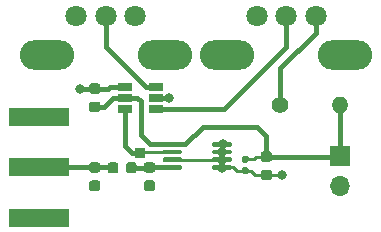
<source format=gbr>
G04 #@! TF.GenerationSoftware,KiCad,Pcbnew,5.1.9-73d0e3b20d~88~ubuntu20.04.1*
G04 #@! TF.CreationDate,2022-01-16T22:13:46+01:00*
G04 #@! TF.ProjectId,RFBandaid,52464261-6e64-4616-9964-2e6b69636164,rev?*
G04 #@! TF.SameCoordinates,Original*
G04 #@! TF.FileFunction,Copper,L1,Top*
G04 #@! TF.FilePolarity,Positive*
%FSLAX46Y46*%
G04 Gerber Fmt 4.6, Leading zero omitted, Abs format (unit mm)*
G04 Created by KiCad (PCBNEW 5.1.9-73d0e3b20d~88~ubuntu20.04.1) date 2022-01-16 22:13:46*
%MOMM*%
%LPD*%
G01*
G04 APERTURE LIST*
G04 #@! TA.AperFunction,ComponentPad*
%ADD10C,1.800000*%
G04 #@! TD*
G04 #@! TA.AperFunction,ComponentPad*
%ADD11O,4.600000X2.500000*%
G04 #@! TD*
G04 #@! TA.AperFunction,ComponentPad*
%ADD12R,0.850000X0.850000*%
G04 #@! TD*
G04 #@! TA.AperFunction,SMDPad,CuDef*
%ADD13R,5.080000X1.500000*%
G04 #@! TD*
G04 #@! TA.AperFunction,ComponentPad*
%ADD14R,1.700000X1.700000*%
G04 #@! TD*
G04 #@! TA.AperFunction,ComponentPad*
%ADD15O,1.700000X1.700000*%
G04 #@! TD*
G04 #@! TA.AperFunction,ComponentPad*
%ADD16C,1.400000*%
G04 #@! TD*
G04 #@! TA.AperFunction,ComponentPad*
%ADD17O,1.400000X1.400000*%
G04 #@! TD*
G04 #@! TA.AperFunction,SMDPad,CuDef*
%ADD18R,1.220000X0.650000*%
G04 #@! TD*
G04 #@! TA.AperFunction,ViaPad*
%ADD19C,0.800000*%
G04 #@! TD*
G04 #@! TA.AperFunction,Conductor*
%ADD20C,0.250000*%
G04 #@! TD*
G04 #@! TA.AperFunction,Conductor*
%ADD21C,0.400000*%
G04 #@! TD*
G04 APERTURE END LIST*
D10*
X95970000Y-71940000D03*
X98470000Y-71940000D03*
X100970000Y-71940000D03*
D11*
X93470000Y-75240000D03*
X103470000Y-75240000D03*
X88210000Y-75240000D03*
X78210000Y-75240000D03*
D10*
X85710000Y-71940000D03*
X83210000Y-71940000D03*
X80710000Y-71940000D03*
D12*
X86130000Y-83530000D03*
G04 #@! TA.AperFunction,SMDPad,CuDef*
G36*
G01*
X88015000Y-82875000D02*
X88015000Y-82675000D01*
G75*
G02*
X88115000Y-82575000I100000J0D01*
G01*
X89540000Y-82575000D01*
G75*
G02*
X89640000Y-82675000I0J-100000D01*
G01*
X89640000Y-82875000D01*
G75*
G02*
X89540000Y-82975000I-100000J0D01*
G01*
X88115000Y-82975000D01*
G75*
G02*
X88015000Y-82875000I0J100000D01*
G01*
G37*
G04 #@! TD.AperFunction*
G04 #@! TA.AperFunction,SMDPad,CuDef*
G36*
G01*
X88015000Y-83525000D02*
X88015000Y-83325000D01*
G75*
G02*
X88115000Y-83225000I100000J0D01*
G01*
X89540000Y-83225000D01*
G75*
G02*
X89640000Y-83325000I0J-100000D01*
G01*
X89640000Y-83525000D01*
G75*
G02*
X89540000Y-83625000I-100000J0D01*
G01*
X88115000Y-83625000D01*
G75*
G02*
X88015000Y-83525000I0J100000D01*
G01*
G37*
G04 #@! TD.AperFunction*
G04 #@! TA.AperFunction,SMDPad,CuDef*
G36*
G01*
X88015000Y-84175000D02*
X88015000Y-83975000D01*
G75*
G02*
X88115000Y-83875000I100000J0D01*
G01*
X89540000Y-83875000D01*
G75*
G02*
X89640000Y-83975000I0J-100000D01*
G01*
X89640000Y-84175000D01*
G75*
G02*
X89540000Y-84275000I-100000J0D01*
G01*
X88115000Y-84275000D01*
G75*
G02*
X88015000Y-84175000I0J100000D01*
G01*
G37*
G04 #@! TD.AperFunction*
G04 #@! TA.AperFunction,SMDPad,CuDef*
G36*
G01*
X88015000Y-84825000D02*
X88015000Y-84625000D01*
G75*
G02*
X88115000Y-84525000I100000J0D01*
G01*
X89540000Y-84525000D01*
G75*
G02*
X89640000Y-84625000I0J-100000D01*
G01*
X89640000Y-84825000D01*
G75*
G02*
X89540000Y-84925000I-100000J0D01*
G01*
X88115000Y-84925000D01*
G75*
G02*
X88015000Y-84825000I0J100000D01*
G01*
G37*
G04 #@! TD.AperFunction*
G04 #@! TA.AperFunction,SMDPad,CuDef*
G36*
G01*
X92240000Y-84825000D02*
X92240000Y-84625000D01*
G75*
G02*
X92340000Y-84525000I100000J0D01*
G01*
X93765000Y-84525000D01*
G75*
G02*
X93865000Y-84625000I0J-100000D01*
G01*
X93865000Y-84825000D01*
G75*
G02*
X93765000Y-84925000I-100000J0D01*
G01*
X92340000Y-84925000D01*
G75*
G02*
X92240000Y-84825000I0J100000D01*
G01*
G37*
G04 #@! TD.AperFunction*
G04 #@! TA.AperFunction,SMDPad,CuDef*
G36*
G01*
X92240000Y-84175000D02*
X92240000Y-83975000D01*
G75*
G02*
X92340000Y-83875000I100000J0D01*
G01*
X93765000Y-83875000D01*
G75*
G02*
X93865000Y-83975000I0J-100000D01*
G01*
X93865000Y-84175000D01*
G75*
G02*
X93765000Y-84275000I-100000J0D01*
G01*
X92340000Y-84275000D01*
G75*
G02*
X92240000Y-84175000I0J100000D01*
G01*
G37*
G04 #@! TD.AperFunction*
G04 #@! TA.AperFunction,SMDPad,CuDef*
G36*
G01*
X92240000Y-83525000D02*
X92240000Y-83325000D01*
G75*
G02*
X92340000Y-83225000I100000J0D01*
G01*
X93765000Y-83225000D01*
G75*
G02*
X93865000Y-83325000I0J-100000D01*
G01*
X93865000Y-83525000D01*
G75*
G02*
X93765000Y-83625000I-100000J0D01*
G01*
X92340000Y-83625000D01*
G75*
G02*
X92240000Y-83525000I0J100000D01*
G01*
G37*
G04 #@! TD.AperFunction*
G04 #@! TA.AperFunction,SMDPad,CuDef*
G36*
G01*
X92240000Y-82875000D02*
X92240000Y-82675000D01*
G75*
G02*
X92340000Y-82575000I100000J0D01*
G01*
X93765000Y-82575000D01*
G75*
G02*
X93865000Y-82675000I0J-100000D01*
G01*
X93865000Y-82875000D01*
G75*
G02*
X93765000Y-82975000I-100000J0D01*
G01*
X92340000Y-82975000D01*
G75*
G02*
X92240000Y-82875000I0J100000D01*
G01*
G37*
G04 #@! TD.AperFunction*
G04 #@! TA.AperFunction,SMDPad,CuDef*
G36*
G01*
X87160000Y-85185000D02*
X86660000Y-85185000D01*
G75*
G02*
X86435000Y-84960000I0J225000D01*
G01*
X86435000Y-84510000D01*
G75*
G02*
X86660000Y-84285000I225000J0D01*
G01*
X87160000Y-84285000D01*
G75*
G02*
X87385000Y-84510000I0J-225000D01*
G01*
X87385000Y-84960000D01*
G75*
G02*
X87160000Y-85185000I-225000J0D01*
G01*
G37*
G04 #@! TD.AperFunction*
G04 #@! TA.AperFunction,SMDPad,CuDef*
G36*
G01*
X87160000Y-86735000D02*
X86660000Y-86735000D01*
G75*
G02*
X86435000Y-86510000I0J225000D01*
G01*
X86435000Y-86060000D01*
G75*
G02*
X86660000Y-85835000I225000J0D01*
G01*
X87160000Y-85835000D01*
G75*
G02*
X87385000Y-86060000I0J-225000D01*
G01*
X87385000Y-86510000D01*
G75*
G02*
X87160000Y-86735000I-225000J0D01*
G01*
G37*
G04 #@! TD.AperFunction*
G04 #@! TA.AperFunction,SMDPad,CuDef*
G36*
G01*
X84915000Y-85010000D02*
X84915000Y-84510000D01*
G75*
G02*
X85140000Y-84285000I225000J0D01*
G01*
X85590000Y-84285000D01*
G75*
G02*
X85815000Y-84510000I0J-225000D01*
G01*
X85815000Y-85010000D01*
G75*
G02*
X85590000Y-85235000I-225000J0D01*
G01*
X85140000Y-85235000D01*
G75*
G02*
X84915000Y-85010000I0J225000D01*
G01*
G37*
G04 #@! TD.AperFunction*
G04 #@! TA.AperFunction,SMDPad,CuDef*
G36*
G01*
X83365000Y-85010000D02*
X83365000Y-84510000D01*
G75*
G02*
X83590000Y-84285000I225000J0D01*
G01*
X84040000Y-84285000D01*
G75*
G02*
X84265000Y-84510000I0J-225000D01*
G01*
X84265000Y-85010000D01*
G75*
G02*
X84040000Y-85235000I-225000J0D01*
G01*
X83590000Y-85235000D01*
G75*
G02*
X83365000Y-85010000I0J225000D01*
G01*
G37*
G04 #@! TD.AperFunction*
G04 #@! TA.AperFunction,SMDPad,CuDef*
G36*
G01*
X82510000Y-86735000D02*
X82010000Y-86735000D01*
G75*
G02*
X81785000Y-86510000I0J225000D01*
G01*
X81785000Y-86060000D01*
G75*
G02*
X82010000Y-85835000I225000J0D01*
G01*
X82510000Y-85835000D01*
G75*
G02*
X82735000Y-86060000I0J-225000D01*
G01*
X82735000Y-86510000D01*
G75*
G02*
X82510000Y-86735000I-225000J0D01*
G01*
G37*
G04 #@! TD.AperFunction*
G04 #@! TA.AperFunction,SMDPad,CuDef*
G36*
G01*
X82510000Y-85185000D02*
X82010000Y-85185000D01*
G75*
G02*
X81785000Y-84960000I0J225000D01*
G01*
X81785000Y-84510000D01*
G75*
G02*
X82010000Y-84285000I225000J0D01*
G01*
X82510000Y-84285000D01*
G75*
G02*
X82735000Y-84510000I0J-225000D01*
G01*
X82735000Y-84960000D01*
G75*
G02*
X82510000Y-85185000I-225000J0D01*
G01*
G37*
G04 #@! TD.AperFunction*
D13*
X77560000Y-80480000D03*
X77560000Y-88980000D03*
X77560000Y-84730000D03*
D14*
X103060000Y-83730000D03*
D15*
X103060000Y-86270000D03*
G04 #@! TA.AperFunction,SMDPad,CuDef*
G36*
G01*
X94840000Y-83770000D02*
X95180000Y-83770000D01*
G75*
G02*
X95320000Y-83910000I0J-140000D01*
G01*
X95320000Y-84190000D01*
G75*
G02*
X95180000Y-84330000I-140000J0D01*
G01*
X94840000Y-84330000D01*
G75*
G02*
X94700000Y-84190000I0J140000D01*
G01*
X94700000Y-83910000D01*
G75*
G02*
X94840000Y-83770000I140000J0D01*
G01*
G37*
G04 #@! TD.AperFunction*
G04 #@! TA.AperFunction,SMDPad,CuDef*
G36*
G01*
X94840000Y-84730000D02*
X95180000Y-84730000D01*
G75*
G02*
X95320000Y-84870000I0J-140000D01*
G01*
X95320000Y-85150000D01*
G75*
G02*
X95180000Y-85290000I-140000J0D01*
G01*
X94840000Y-85290000D01*
G75*
G02*
X94700000Y-85150000I0J140000D01*
G01*
X94700000Y-84870000D01*
G75*
G02*
X94840000Y-84730000I140000J0D01*
G01*
G37*
G04 #@! TD.AperFunction*
G04 #@! TA.AperFunction,SMDPad,CuDef*
G36*
G01*
X96560000Y-83365000D02*
X97060000Y-83365000D01*
G75*
G02*
X97285000Y-83590000I0J-225000D01*
G01*
X97285000Y-84040000D01*
G75*
G02*
X97060000Y-84265000I-225000J0D01*
G01*
X96560000Y-84265000D01*
G75*
G02*
X96335000Y-84040000I0J225000D01*
G01*
X96335000Y-83590000D01*
G75*
G02*
X96560000Y-83365000I225000J0D01*
G01*
G37*
G04 #@! TD.AperFunction*
G04 #@! TA.AperFunction,SMDPad,CuDef*
G36*
G01*
X96560000Y-84915000D02*
X97060000Y-84915000D01*
G75*
G02*
X97285000Y-85140000I0J-225000D01*
G01*
X97285000Y-85590000D01*
G75*
G02*
X97060000Y-85815000I-225000J0D01*
G01*
X96560000Y-85815000D01*
G75*
G02*
X96335000Y-85590000I0J225000D01*
G01*
X96335000Y-85140000D01*
G75*
G02*
X96560000Y-84915000I225000J0D01*
G01*
G37*
G04 #@! TD.AperFunction*
G04 #@! TA.AperFunction,SMDPad,CuDef*
G36*
G01*
X82020000Y-77605000D02*
X82520000Y-77605000D01*
G75*
G02*
X82745000Y-77830000I0J-225000D01*
G01*
X82745000Y-78280000D01*
G75*
G02*
X82520000Y-78505000I-225000J0D01*
G01*
X82020000Y-78505000D01*
G75*
G02*
X81795000Y-78280000I0J225000D01*
G01*
X81795000Y-77830000D01*
G75*
G02*
X82020000Y-77605000I225000J0D01*
G01*
G37*
G04 #@! TD.AperFunction*
G04 #@! TA.AperFunction,SMDPad,CuDef*
G36*
G01*
X82020000Y-79155000D02*
X82520000Y-79155000D01*
G75*
G02*
X82745000Y-79380000I0J-225000D01*
G01*
X82745000Y-79830000D01*
G75*
G02*
X82520000Y-80055000I-225000J0D01*
G01*
X82020000Y-80055000D01*
G75*
G02*
X81795000Y-79830000I0J225000D01*
G01*
X81795000Y-79380000D01*
G75*
G02*
X82020000Y-79155000I225000J0D01*
G01*
G37*
G04 #@! TD.AperFunction*
D16*
X97970000Y-79460000D03*
D17*
X103050000Y-79460000D03*
D18*
X87480000Y-79780000D03*
X87480000Y-78830000D03*
X87480000Y-77880000D03*
X84860000Y-77880000D03*
X84860000Y-78830000D03*
X84860000Y-79780000D03*
D19*
X75750000Y-88980000D03*
X93080000Y-83440000D03*
X93090000Y-82780000D03*
X93080000Y-84760000D03*
X82250000Y-86280000D03*
X86900000Y-86280000D03*
X76950000Y-88980000D03*
X78150000Y-88980000D03*
X79350000Y-88980000D03*
X76970000Y-80480000D03*
X75770000Y-80480000D03*
X78170000Y-80480000D03*
X93075000Y-84085000D03*
X98120000Y-85380000D03*
X80990000Y-78070000D03*
X88570000Y-78830000D03*
D20*
X88827500Y-84075000D02*
X91585000Y-84075000D01*
X82255000Y-86285000D02*
X82250000Y-86280000D01*
X82260000Y-86285000D02*
X82255000Y-86285000D01*
X86905000Y-86285000D02*
X86900000Y-86280000D01*
X86910000Y-86285000D02*
X86905000Y-86285000D01*
X93052500Y-84725000D02*
X94015000Y-84725000D01*
X94300000Y-85010000D02*
X95010000Y-85010000D01*
X94015000Y-84725000D02*
X94300000Y-85010000D01*
X95010000Y-85010000D02*
X95500000Y-85010000D01*
X95500000Y-85010000D02*
X95855000Y-85365000D01*
X91585000Y-84075000D02*
X93052500Y-84075000D01*
X95855000Y-85365000D02*
X96810000Y-85365000D01*
X98105000Y-85365000D02*
X98120000Y-85380000D01*
X96810000Y-85365000D02*
X98105000Y-85365000D01*
D21*
X82270000Y-78055000D02*
X83385000Y-78055000D01*
X83560000Y-77880000D02*
X84860000Y-77880000D01*
X83385000Y-78055000D02*
X83560000Y-77880000D01*
X81005000Y-78055000D02*
X80990000Y-78070000D01*
X82270000Y-78055000D02*
X81005000Y-78055000D01*
X88570000Y-78830000D02*
X87480000Y-78830000D01*
X86885000Y-84760000D02*
X86910000Y-84735000D01*
X85365000Y-84760000D02*
X86885000Y-84760000D01*
X88817500Y-84735000D02*
X88827500Y-84725000D01*
X86910000Y-84735000D02*
X88817500Y-84735000D01*
X82255000Y-84730000D02*
X82260000Y-84735000D01*
X77560000Y-84730000D02*
X82255000Y-84730000D01*
X83790000Y-84735000D02*
X83815000Y-84760000D01*
X82260000Y-84735000D02*
X83790000Y-84735000D01*
D20*
X95010000Y-84050000D02*
X95730000Y-84050000D01*
X95965000Y-83815000D02*
X96810000Y-83815000D01*
X95730000Y-84050000D02*
X95965000Y-83815000D01*
D21*
X102775000Y-84015000D02*
X103060000Y-83730000D01*
X84860000Y-78830000D02*
X83850000Y-78830000D01*
X83075000Y-79605000D02*
X82270000Y-79605000D01*
X83850000Y-78830000D02*
X83075000Y-79605000D01*
X88827500Y-82775000D02*
X89935000Y-82775000D01*
X89935000Y-82775000D02*
X91440000Y-81270000D01*
X96810000Y-82100000D02*
X96810000Y-83815000D01*
X95980000Y-81270000D02*
X96810000Y-82100000D01*
X95830000Y-81270000D02*
X95980000Y-81270000D01*
X91440000Y-81270000D02*
X95830000Y-81270000D01*
X84860000Y-78830000D02*
X85870000Y-78830000D01*
X85870000Y-78830000D02*
X86160000Y-79120000D01*
X86160000Y-79120000D02*
X86160000Y-81950000D01*
X86985000Y-82775000D02*
X88827500Y-82775000D01*
X86160000Y-81950000D02*
X86985000Y-82775000D01*
X102975000Y-83815000D02*
X103060000Y-83730000D01*
X96810000Y-83815000D02*
X102975000Y-83815000D01*
X103050000Y-83720000D02*
X103060000Y-83730000D01*
X103050000Y-79460000D02*
X103050000Y-83720000D01*
X84860000Y-79780000D02*
X84860000Y-82950000D01*
X85440000Y-83530000D02*
X86130000Y-83530000D01*
X84860000Y-82950000D02*
X85440000Y-83530000D01*
D20*
X86235000Y-83425000D02*
X86130000Y-83530000D01*
X88827500Y-83425000D02*
X86235000Y-83425000D01*
D21*
X100970000Y-72110000D02*
X100970000Y-71940000D01*
X100970000Y-73310000D02*
X100970000Y-71940000D01*
X97970000Y-76310000D02*
X100970000Y-73310000D01*
X97970000Y-79460000D02*
X97970000Y-76310000D01*
X98470000Y-74530000D02*
X98470000Y-71940000D01*
X93220000Y-79780000D02*
X98470000Y-74530000D01*
X87480000Y-79780000D02*
X93220000Y-79780000D01*
X83210000Y-74520000D02*
X83210000Y-71940000D01*
X86570000Y-77880000D02*
X83210000Y-74520000D01*
X87480000Y-77880000D02*
X86570000Y-77880000D01*
M02*

</source>
